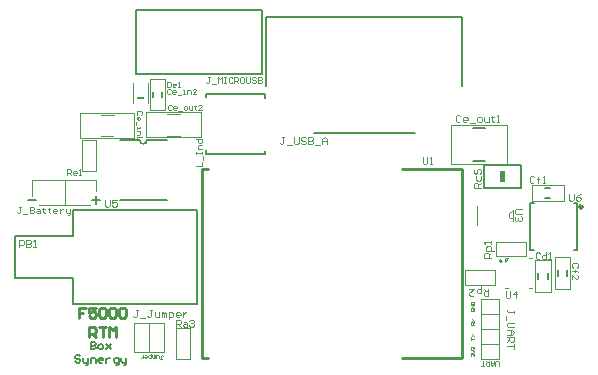
<source format=gto>
G04*
G04 #@! TF.GenerationSoftware,Altium Limited,Altium Designer,20.2.4 (192)*
G04*
G04 Layer_Color=65535*
%FSLAX25Y25*%
%MOIN*%
G70*
G04*
G04 #@! TF.SameCoordinates,81383B29-DD0C-412F-95FE-E9E56B5C578C*
G04*
G04*
G04 #@! TF.FilePolarity,Positive*
G04*
G01*
G75*
%ADD10C,0.00787*%
%ADD11C,0.00551*%
%ADD12C,0.01181*%
%ADD13C,0.00400*%
%ADD14C,0.00315*%
%ADD15C,0.00630*%
%ADD16C,0.00300*%
%ADD17C,0.00354*%
%ADD18C,0.00500*%
%ADD19C,0.00512*%
%ADD20C,0.01000*%
%ADD21C,0.00250*%
%ADD22C,0.00394*%
%ADD23C,0.00591*%
%ADD24C,0.00402*%
%ADD25C,0.00984*%
%ADD26C,0.00600*%
%ADD27C,0.00323*%
G36*
X41240Y89862D02*
Y90453D01*
X43799D01*
Y89862D01*
X41240D01*
D02*
G37*
G36*
X162526Y65755D02*
X164100D01*
Y62212D01*
X162526D01*
Y65755D01*
D02*
G37*
D10*
X163091Y35747D02*
G03*
X163091Y35747I-394J0D01*
G01*
X100323Y78378D02*
X133929D01*
X84449Y94252D02*
Y117087D01*
X149803Y94252D02*
Y117087D01*
D11*
X42254Y76142D02*
G03*
X44754Y76142I1250J0D01*
G01*
X35630D02*
X42254D01*
X35630Y56142D02*
X51378D01*
X44754Y76142D02*
X51378D01*
X25943Y8889D02*
Y6331D01*
X27222D01*
X27649Y6758D01*
Y7184D01*
X27222Y7610D01*
X25943D01*
X27222D01*
X27649Y8037D01*
Y8463D01*
X27222Y8889D01*
X25943D01*
X28928Y6331D02*
X29781D01*
X30207Y6758D01*
Y7610D01*
X29781Y8037D01*
X28928D01*
X28501Y7610D01*
Y6758D01*
X28928Y6331D01*
X31060Y8037D02*
X32765Y6331D01*
X31912Y7184D01*
X32765Y8037D01*
X31060Y6331D01*
X22532Y4070D02*
X22106Y4497D01*
X21253D01*
X20827Y4070D01*
Y3644D01*
X21253Y3218D01*
X22106D01*
X22532Y2791D01*
Y2365D01*
X22106Y1939D01*
X21253D01*
X20827Y2365D01*
X23385Y3644D02*
Y2365D01*
X23811Y1939D01*
X25091D01*
Y1512D01*
X24664Y1086D01*
X24238D01*
X25091Y1939D02*
Y3644D01*
X25943Y1939D02*
Y3644D01*
X27222D01*
X27649Y3218D01*
Y1939D01*
X29781D02*
X28928D01*
X28501Y2365D01*
Y3218D01*
X28928Y3644D01*
X29781D01*
X30207Y3218D01*
Y2791D01*
X28501D01*
X31060Y3644D02*
Y1939D01*
Y2791D01*
X31486Y3218D01*
X31912Y3644D01*
X32339D01*
X34471Y1086D02*
X34897D01*
X35323Y1512D01*
Y3644D01*
X34044D01*
X33618Y3218D01*
Y2365D01*
X34044Y1939D01*
X35323D01*
X36176Y3644D02*
Y2365D01*
X36603Y1939D01*
X37882D01*
Y1512D01*
X37455Y1086D01*
X37029D01*
X37882Y1939D02*
Y3644D01*
D12*
X189764Y53937D02*
G03*
X189764Y53937I-394J0D01*
G01*
D13*
X166677Y52211D02*
G03*
X166677Y49811I0J-1200D01*
G01*
Y49311D02*
Y49811D01*
Y52211D01*
Y52711D01*
X154778Y47811D02*
Y54211D01*
X50374Y5610D02*
Y15059D01*
X45374Y5610D02*
X50374D01*
X45374D02*
Y15059D01*
X50374D01*
X40354Y5610D02*
X43630D01*
X40354Y15059D02*
X43681D01*
X40354Y5610D02*
Y15059D01*
X155957Y3051D02*
Y8051D01*
Y3051D02*
X161957D01*
Y23051D01*
X155957D02*
X161957D01*
X155957Y3051D02*
Y23051D01*
Y8051D02*
X161957D01*
X155957Y13051D02*
X161957D01*
X155957Y18051D02*
X161957D01*
D14*
X44980Y88386D02*
Y95079D01*
X40059Y88386D02*
Y95079D01*
X43630Y5610D02*
X45374D01*
X52609Y92962D02*
X52314Y93257D01*
X51724D01*
X51429Y92962D01*
Y91782D01*
X51724Y91487D01*
X52314D01*
X52609Y91782D01*
X54085Y91487D02*
X53495D01*
X53200Y91782D01*
Y92372D01*
X53495Y92667D01*
X54085D01*
X54381Y92372D01*
Y92077D01*
X53200D01*
X54971Y91191D02*
X56152D01*
X56742Y91487D02*
X57332D01*
X57037D01*
Y92667D01*
X56742D01*
X58218Y91487D02*
Y92667D01*
X59103D01*
X59399Y92372D01*
Y91487D01*
X61170D02*
X59989D01*
X61170Y92667D01*
Y92962D01*
X60874Y93257D01*
X60284D01*
X59989Y92962D01*
X51477Y95571D02*
Y93800D01*
X52363D01*
X52658Y94095D01*
Y95275D01*
X52363Y95571D01*
X51477D01*
X54134Y93800D02*
X53543D01*
X53248Y94095D01*
Y94685D01*
X53543Y94980D01*
X54134D01*
X54429Y94685D01*
Y94390D01*
X53248D01*
X55019Y93800D02*
X55610D01*
X55314D01*
Y95571D01*
X55019Y95275D01*
X52908Y87631D02*
X52620Y87920D01*
X52042D01*
X51754Y87631D01*
Y86476D01*
X52042Y86188D01*
X52620D01*
X52908Y86476D01*
X54351Y86188D02*
X53774D01*
X53486Y86476D01*
Y87054D01*
X53774Y87342D01*
X54351D01*
X54640Y87054D01*
Y86765D01*
X53486D01*
X55217Y85899D02*
X56372D01*
X57238Y86188D02*
X57815D01*
X58103Y86476D01*
Y87054D01*
X57815Y87342D01*
X57238D01*
X56949Y87054D01*
Y86476D01*
X57238Y86188D01*
X58681Y87342D02*
Y86476D01*
X58969Y86188D01*
X59835D01*
Y87342D01*
X60701Y87631D02*
Y87342D01*
X60412D01*
X60990D01*
X60701D01*
Y86476D01*
X60990Y86188D01*
X63010D02*
X61856D01*
X63010Y87342D01*
Y87631D01*
X62721Y87920D01*
X62144D01*
X61856Y87631D01*
X42690Y84519D02*
X42979Y84808D01*
Y85385D01*
X42690Y85674D01*
X41536D01*
X41247Y85385D01*
Y84808D01*
X41536Y84519D01*
X41247Y83076D02*
Y83654D01*
X41536Y83942D01*
X42113D01*
X42401Y83654D01*
Y83076D01*
X42113Y82788D01*
X41824D01*
Y83942D01*
X40958Y82211D02*
Y81056D01*
X41247Y80479D02*
Y79902D01*
Y80190D01*
X42401D01*
Y80479D01*
X41247Y79036D02*
X42401D01*
Y78170D01*
X42113Y77881D01*
X41247D01*
Y77304D02*
Y76727D01*
Y77015D01*
X42979D01*
X42690Y77304D01*
D15*
X20085Y21575D02*
Y30236D01*
X794D02*
X20085D01*
X794Y44016D02*
X20085D01*
Y52677D01*
X794Y30236D02*
Y44016D01*
X20085Y21575D02*
X61424D01*
X20085Y52677D02*
X61424D01*
Y21575D02*
Y52677D01*
D16*
X150596Y27975D02*
Y32700D01*
Y27975D02*
X160833D01*
Y32700D01*
X150596D02*
X160833D01*
X174213Y25492D02*
X179331D01*
Y36122D01*
X174213D02*
X179331D01*
X174213Y25492D02*
Y36122D01*
X180709Y37182D02*
X185827D01*
X180709Y26552D02*
Y37182D01*
Y26552D02*
X185827D01*
Y37182D01*
X146113Y68190D02*
X164713D01*
X146113D02*
Y81190D01*
X164713D01*
Y68190D02*
Y81190D01*
X54291Y13483D02*
X59016D01*
X54291Y3247D02*
Y13483D01*
Y3247D02*
X59016D01*
Y13483D01*
X45669Y86024D02*
Y96653D01*
X50787D01*
Y86024D02*
Y96653D01*
X45669Y86024D02*
X50787D01*
X22933Y65945D02*
X27657D01*
Y76181D01*
X22933D02*
X27657D01*
X22933Y65945D02*
Y76181D01*
X171161Y37516D02*
Y42240D01*
X160925D02*
X171161D01*
X160925Y37516D02*
Y42240D01*
Y37516D02*
X171161D01*
X173024Y61060D02*
X183654D01*
Y55942D02*
Y61060D01*
X173024Y55942D02*
X183654D01*
X173024D02*
Y61060D01*
X161957Y952D02*
Y2285D01*
X161690Y2551D01*
X161157D01*
X160890Y2285D01*
Y952D01*
X160357Y2551D02*
Y1485D01*
X159824Y952D01*
X159291Y1485D01*
Y2551D01*
Y1751D01*
X160357D01*
X158758Y2551D02*
Y952D01*
X157958D01*
X157691Y1218D01*
Y1751D01*
X157958Y2018D01*
X158758D01*
X158225D02*
X157691Y2551D01*
X157158Y952D02*
X156092D01*
X156625D01*
Y2551D01*
X152882Y4051D02*
X152682Y4251D01*
Y4651D01*
X152882Y4851D01*
X153082D01*
X153282Y4651D01*
Y4451D01*
Y4651D01*
X153482Y4851D01*
X153682D01*
X153882Y4651D01*
Y4251D01*
X153682Y4051D01*
X152682Y5251D02*
X153482D01*
X153882Y5651D01*
X153482Y6050D01*
X152682D01*
X152882Y6450D02*
X152682Y6650D01*
Y7050D01*
X152882Y7250D01*
X153082D01*
X153282Y7050D01*
Y6850D01*
Y7050D01*
X153482Y7250D01*
X153682D01*
X153882Y7050D01*
Y6650D01*
X153682Y6450D01*
X152682Y9551D02*
Y10351D01*
Y9951D01*
X153882D01*
X153082Y10751D02*
X153882Y11551D01*
X153482Y11151D01*
X153082Y11551D01*
X153882Y10751D01*
Y14551D02*
X152682D01*
Y15151D01*
X152882Y15351D01*
X153282D01*
X153482Y15151D01*
Y14551D01*
Y14951D02*
X153882Y15351D01*
X153082Y15751D02*
X153882Y16551D01*
X153482Y16151D01*
X153082Y16551D01*
X153882Y15751D01*
X152882Y19851D02*
X152682Y19651D01*
Y19251D01*
X152882Y19051D01*
X153682D01*
X153882Y19251D01*
Y19651D01*
X153682Y19851D01*
X153282D01*
Y19451D01*
X153882Y20251D02*
X152682D01*
X153882Y21050D01*
X152682D01*
Y21450D02*
X153882D01*
Y22050D01*
X153682Y22250D01*
X152882D01*
X152682Y22050D01*
Y21450D01*
D17*
X163976Y35451D02*
X165213Y36688D01*
X163976D02*
X165213D01*
X163976Y35451D02*
Y36688D01*
X172008Y26932D02*
X173228D01*
X163976D02*
X165197D01*
X172008Y36688D02*
X173228D01*
X65682Y97243D02*
X65026D01*
X65354D01*
Y95604D01*
X65026Y95276D01*
X64698D01*
X64370Y95604D01*
X66338Y94948D02*
X67650D01*
X68306Y95276D02*
Y97243D01*
X68962Y96588D01*
X69618Y97243D01*
Y95276D01*
X70274Y97243D02*
X70930D01*
X70602D01*
Y95276D01*
X70274D01*
X70930D01*
X73225Y96916D02*
X72897Y97243D01*
X72241D01*
X71913Y96916D01*
Y95604D01*
X72241Y95276D01*
X72897D01*
X73225Y95604D01*
X73881Y95276D02*
Y97243D01*
X74865D01*
X75193Y96916D01*
Y96259D01*
X74865Y95932D01*
X73881D01*
X74537D02*
X75193Y95276D01*
X76833Y97243D02*
X76177D01*
X75849Y96916D01*
Y95604D01*
X76177Y95276D01*
X76833D01*
X77161Y95604D01*
Y96916D01*
X76833Y97243D01*
X77817D02*
Y95604D01*
X78145Y95276D01*
X78801D01*
X79129Y95604D01*
Y97243D01*
X81097Y96916D02*
X80769Y97243D01*
X80113D01*
X79785Y96916D01*
Y96588D01*
X80113Y96259D01*
X80769D01*
X81097Y95932D01*
Y95604D01*
X80769Y95276D01*
X80113D01*
X79785Y95604D01*
X81753Y97243D02*
Y95276D01*
X82737D01*
X83065Y95604D01*
Y95932D01*
X82737Y96259D01*
X81753D01*
X82737D01*
X83065Y96588D01*
Y96916D01*
X82737Y97243D01*
X81753D01*
D18*
X175197Y29921D02*
Y31693D01*
X178347Y29921D02*
Y31693D01*
X184843Y30981D02*
Y32752D01*
X181693Y30981D02*
Y32752D01*
X153287Y69178D02*
X157539D01*
X153287Y80201D02*
X157539D01*
X49803Y90453D02*
Y92224D01*
X46654Y90453D02*
Y92224D01*
X64370Y91339D02*
X84055D01*
Y90158D02*
Y91339D01*
X64370Y90354D02*
Y91339D01*
Y71653D02*
X84055D01*
X64370D02*
Y72835D01*
X84055Y71653D02*
Y72638D01*
X84449Y117087D02*
X149803D01*
X169514Y60243D02*
Y67724D01*
X157112Y60243D02*
X169514D01*
X157112D02*
Y67724D01*
X169514D01*
X177454Y56926D02*
X179225D01*
X177454Y60076D02*
X179225D01*
D19*
X83071Y98032D02*
Y119587D01*
X40945D02*
X83071D01*
X40945Y98032D02*
X83071D01*
X40945D02*
Y119587D01*
D20*
X129626Y3543D02*
X149705D01*
X63091D02*
X65059D01*
X63091D02*
Y66535D01*
X65059D01*
X129626D02*
X149705D01*
Y3543D02*
Y66535D01*
D21*
X51358Y77649D02*
X55610D01*
X51555Y84949D02*
X55807D01*
X62598Y77165D02*
Y85433D01*
X44488D02*
X62598D01*
X44488Y77165D02*
Y85433D01*
Y77165D02*
X62598D01*
X29232Y77334D02*
X33484D01*
X29429Y84634D02*
X33681D01*
X40472Y76850D02*
Y85118D01*
X22362D02*
X40472D01*
X22362Y76850D02*
Y85118D01*
Y76850D02*
X40472D01*
D22*
X6354Y62776D02*
X27712D01*
X17476Y54508D02*
Y62776D01*
X27712Y59232D02*
Y62776D01*
X8716Y54508D02*
X25645D01*
X6354Y57362D02*
Y62776D01*
X164272Y25885D02*
Y23918D01*
X164666Y23524D01*
X165453D01*
X165847Y23918D01*
Y25885D01*
X167815Y23524D02*
Y25885D01*
X166634Y24705D01*
X168208D01*
X2166Y40453D02*
Y42815D01*
X3347D01*
X3740Y42421D01*
Y41634D01*
X3347Y41240D01*
X2166D01*
X4528Y42815D02*
Y40453D01*
X5708D01*
X6102Y40847D01*
Y41240D01*
X5708Y41634D01*
X4528D01*
X5708D01*
X6102Y42027D01*
Y42421D01*
X5708Y42815D01*
X4528D01*
X6889Y40453D02*
X7676D01*
X7283D01*
Y42815D01*
X6889Y42421D01*
X30709Y56299D02*
Y54331D01*
X31103Y53937D01*
X31890D01*
X32284Y54331D01*
Y56299D01*
X34645D02*
X33071D01*
Y55118D01*
X33858Y55512D01*
X34251D01*
X34645Y55118D01*
Y54331D01*
X34251Y53937D01*
X33464D01*
X33071Y54331D01*
X136615Y70472D02*
Y68504D01*
X137008Y68111D01*
X137795D01*
X138189Y68504D01*
Y70472D01*
X138976Y68111D02*
X139763D01*
X139370D01*
Y70472D01*
X138976Y70078D01*
X17980Y64567D02*
Y66535D01*
X18964D01*
X19292Y66207D01*
Y65551D01*
X18964Y65223D01*
X17980D01*
X18636D02*
X19292Y64567D01*
X20932D02*
X20276D01*
X19948Y64895D01*
Y65551D01*
X20276Y65879D01*
X20932D01*
X21260Y65551D01*
Y65223D01*
X19948D01*
X21915Y64567D02*
X22571D01*
X22243D01*
Y66535D01*
X21915Y66207D01*
X54496Y13977D02*
Y16141D01*
X55578D01*
X55939Y15781D01*
Y15059D01*
X55578Y14698D01*
X54496D01*
X55217D02*
X55939Y13977D01*
X57021Y15420D02*
X57743D01*
X58103Y15059D01*
Y13977D01*
X57021D01*
X56660Y14337D01*
X57021Y14698D01*
X58103D01*
X58825Y15781D02*
X59186Y16141D01*
X59907D01*
X60268Y15781D01*
Y15420D01*
X59907Y15059D01*
X59547D01*
X59907D01*
X60268Y14698D01*
Y14337D01*
X59907Y13977D01*
X59186D01*
X58825Y14337D01*
X60939Y67655D02*
X62906D01*
Y68967D01*
X63235Y69623D02*
Y70935D01*
X60939Y71591D02*
Y72246D01*
Y71918D01*
X62906D01*
Y71591D01*
Y72246D01*
Y73230D02*
X61595D01*
Y74214D01*
X61923Y74542D01*
X62906D01*
X60939Y76510D02*
X62906D01*
Y75526D01*
X62579Y75198D01*
X61923D01*
X61595Y75526D01*
Y76510D01*
X149224Y84168D02*
X148831Y84561D01*
X148044D01*
X147650Y84168D01*
Y82593D01*
X148044Y82200D01*
X148831D01*
X149224Y82593D01*
X151192Y82200D02*
X150405D01*
X150011Y82593D01*
Y83380D01*
X150405Y83774D01*
X151192D01*
X151586Y83380D01*
Y82987D01*
X150011D01*
X152373Y81806D02*
X153947D01*
X155128Y82200D02*
X155915D01*
X156309Y82593D01*
Y83380D01*
X155915Y83774D01*
X155128D01*
X154734Y83380D01*
Y82593D01*
X155128Y82200D01*
X157096Y83774D02*
Y82593D01*
X157489Y82200D01*
X158670D01*
Y83774D01*
X159851Y84168D02*
Y83774D01*
X159457D01*
X160244D01*
X159851D01*
Y82593D01*
X160244Y82200D01*
X161425D02*
X162212D01*
X161819D01*
Y84561D01*
X161425Y84168D01*
X185335Y58303D02*
Y56336D01*
X185728Y55942D01*
X186515D01*
X186909Y56336D01*
Y58303D01*
X189270D02*
X188483Y57910D01*
X187696Y57123D01*
Y56336D01*
X188090Y55942D01*
X188877D01*
X189270Y56336D01*
Y56729D01*
X188877Y57123D01*
X187696D01*
X169639Y53150D02*
X167671D01*
X167278Y52756D01*
Y51969D01*
X167671Y51575D01*
X169639D01*
X169245Y50788D02*
X169639Y50395D01*
Y49608D01*
X169245Y49214D01*
X168852D01*
X168458Y49608D01*
Y50001D01*
Y49608D01*
X168065Y49214D01*
X167671D01*
X167278Y49608D01*
Y50395D01*
X167671Y50788D01*
X155957Y60243D02*
X153595D01*
Y61424D01*
X153989Y61818D01*
X154776D01*
X155169Y61424D01*
Y60243D01*
Y61030D02*
X155957Y61818D01*
X154382Y64179D02*
Y62998D01*
X154776Y62605D01*
X155563D01*
X155957Y62998D01*
Y64179D01*
X153989Y66540D02*
X153595Y66147D01*
Y65360D01*
X153989Y64966D01*
X154382D01*
X154776Y65360D01*
Y66147D01*
X155169Y66540D01*
X155563D01*
X155957Y66147D01*
Y65360D01*
X155563Y64966D01*
X158517Y26614D02*
Y24252D01*
X157336D01*
X156943Y24646D01*
Y25433D01*
X157336Y25827D01*
X158517D01*
X157730D02*
X156943Y26614D01*
X156155Y27401D02*
Y25040D01*
X154975D01*
X154581Y25433D01*
Y26220D01*
X154975Y26614D01*
X156155D01*
X152220D02*
X153794D01*
X152220Y25040D01*
Y24646D01*
X152613Y24252D01*
X153400D01*
X153794Y24646D01*
X159449Y36909D02*
X157087D01*
Y38090D01*
X157481Y38484D01*
X158268D01*
X158662Y38090D01*
Y36909D01*
Y37697D02*
X159449Y38484D01*
X160236Y39271D02*
X157875D01*
Y40452D01*
X158268Y40845D01*
X159055D01*
X159449Y40452D01*
Y39271D01*
Y41632D02*
Y42419D01*
Y42026D01*
X157087D01*
X157481Y41632D01*
X90551Y77165D02*
X89763D01*
X90157D01*
Y75197D01*
X89763Y74803D01*
X89370D01*
X88976Y75197D01*
X91338Y74410D02*
X92912D01*
X93699Y77165D02*
Y75197D01*
X94093Y74803D01*
X94880D01*
X95274Y75197D01*
Y77165D01*
X97635Y76771D02*
X97241Y77165D01*
X96454D01*
X96061Y76771D01*
Y76377D01*
X96454Y75984D01*
X97241D01*
X97635Y75590D01*
Y75197D01*
X97241Y74803D01*
X96454D01*
X96061Y75197D01*
X98422Y77165D02*
Y74803D01*
X99603D01*
X99996Y75197D01*
Y75590D01*
X99603Y75984D01*
X98422D01*
X99603D01*
X99996Y76377D01*
Y76771D01*
X99603Y77165D01*
X98422D01*
X100784Y74410D02*
X102358D01*
X103145Y74803D02*
Y76377D01*
X103932Y77165D01*
X104719Y76377D01*
Y74803D01*
Y75984D01*
X103145D01*
X167125Y18406D02*
Y19193D01*
Y18800D01*
X165157D01*
X164764Y19193D01*
Y19587D01*
X165157Y19980D01*
X164370Y17619D02*
Y16045D01*
X167125Y15257D02*
X165157D01*
X164764Y14864D01*
Y14077D01*
X165157Y13683D01*
X167125D01*
X164764Y12896D02*
X166338D01*
X167125Y12109D01*
X166338Y11322D01*
X164764D01*
X165945D01*
Y12896D01*
X164764Y10535D02*
X167125D01*
Y9354D01*
X166732Y8960D01*
X165945D01*
X165551Y9354D01*
Y10535D01*
Y9747D02*
X164764Y8960D01*
X167125Y8173D02*
Y6599D01*
Y7386D01*
X164764D01*
X41732Y19487D02*
X40945D01*
X41338D01*
Y17520D01*
X40945Y17126D01*
X40551D01*
X40157Y17520D01*
X42519Y16732D02*
X44093D01*
X46455Y19487D02*
X45667D01*
X46061D01*
Y17520D01*
X45667Y17126D01*
X45274D01*
X44880Y17520D01*
X47242Y18700D02*
Y17520D01*
X47635Y17126D01*
X48816D01*
Y18700D01*
X49603Y17126D02*
Y18700D01*
X49997D01*
X50390Y18307D01*
Y17126D01*
Y18307D01*
X50784Y18700D01*
X51178Y18307D01*
Y17126D01*
X51965Y16339D02*
Y18700D01*
X53145D01*
X53539Y18307D01*
Y17520D01*
X53145Y17126D01*
X51965D01*
X55507D02*
X54720D01*
X54326Y17520D01*
Y18307D01*
X54720Y18700D01*
X55507D01*
X55900Y18307D01*
Y17913D01*
X54326D01*
X56688Y18700D02*
Y17126D01*
Y17913D01*
X57081Y18307D01*
X57475Y18700D01*
X57868D01*
X2709Y53917D02*
X1994D01*
X2352D01*
Y52129D01*
X1994Y51772D01*
X1637D01*
X1280Y52129D01*
X3424Y51414D02*
X4854D01*
X5570Y53917D02*
Y51772D01*
X6642D01*
X7000Y52129D01*
Y52487D01*
X6642Y52844D01*
X5570D01*
X6642D01*
X7000Y53202D01*
Y53559D01*
X6642Y53917D01*
X5570D01*
X8072Y53202D02*
X8787D01*
X9144Y52844D01*
Y51772D01*
X8072D01*
X7715Y52129D01*
X8072Y52487D01*
X9144D01*
X10217Y53559D02*
Y53202D01*
X9859D01*
X10574D01*
X10217D01*
Y52129D01*
X10574Y51772D01*
X12004Y53559D02*
Y53202D01*
X11647D01*
X12362D01*
X12004D01*
Y52129D01*
X12362Y51772D01*
X14507D02*
X13792D01*
X13434Y52129D01*
Y52844D01*
X13792Y53202D01*
X14507D01*
X14864Y52844D01*
Y52487D01*
X13434D01*
X15579Y53202D02*
Y51772D01*
Y52487D01*
X15937Y52844D01*
X16294Y53202D01*
X16652D01*
X17724D02*
Y52129D01*
X18082Y51772D01*
X19154D01*
Y51414D01*
X18797Y51057D01*
X18439D01*
X19154Y51772D02*
Y53202D01*
X188143Y33645D02*
X188503Y34006D01*
Y34728D01*
X188143Y35089D01*
X186699D01*
X186339Y34728D01*
Y34006D01*
X186699Y33645D01*
X186339Y32563D02*
X188143D01*
X187421D01*
Y32924D01*
Y32202D01*
Y32563D01*
X188143D01*
X188503Y32202D01*
X186339Y29677D02*
Y31120D01*
X187782Y29677D01*
X188143D01*
X188503Y30038D01*
Y30759D01*
X188143Y31120D01*
X173878Y63779D02*
X173484Y64173D01*
X172697D01*
X172303Y63779D01*
Y62205D01*
X172697Y61811D01*
X173484D01*
X173878Y62205D01*
X175058Y61811D02*
Y63779D01*
Y62992D01*
X174665D01*
X175452D01*
X175058D01*
Y63779D01*
X175452Y64173D01*
X176632Y61811D02*
X177420D01*
X177026D01*
Y64173D01*
X176632Y63779D01*
X175675Y38320D02*
X175315Y38680D01*
X174593D01*
X174232Y38320D01*
Y36876D01*
X174593Y36516D01*
X175315D01*
X175675Y36876D01*
X177840Y38680D02*
Y36516D01*
X176758D01*
X176397Y36876D01*
Y37598D01*
X176758Y37959D01*
X177840D01*
X178562Y36516D02*
X179283D01*
X178922D01*
Y38680D01*
X178562Y38320D01*
D23*
X172441Y39370D02*
X173622D01*
X172441Y55118D02*
X173622D01*
X187008Y39370D02*
X188189D01*
X187008Y55118D02*
X188189D01*
Y39370D02*
Y55118D01*
X172441Y39370D02*
Y55118D01*
D24*
X42539Y5610D02*
X45374D01*
X42591Y15059D02*
X45425D01*
D25*
X24376Y20254D02*
X22146D01*
Y18581D01*
X23261D01*
X22146D01*
Y16908D01*
X27721Y20254D02*
X25491D01*
Y18581D01*
X26606Y19138D01*
X27164D01*
X27721Y18581D01*
Y17466D01*
X27164Y16908D01*
X26049D01*
X25491Y17466D01*
X28836Y19696D02*
X29394Y20254D01*
X30509D01*
X31067Y19696D01*
Y17466D01*
X30509Y16908D01*
X29394D01*
X28836Y17466D01*
Y19696D01*
X32182D02*
X32739Y20254D01*
X33854D01*
X34412Y19696D01*
Y17466D01*
X33854Y16908D01*
X32739D01*
X32182Y17466D01*
Y19696D01*
X35527D02*
X36085Y20254D01*
X37200D01*
X37757Y19696D01*
Y17466D01*
X37200Y16908D01*
X36085D01*
X35527Y17466D01*
Y19696D01*
X25491Y10531D02*
Y13877D01*
X27164D01*
X27721Y13319D01*
Y12204D01*
X27164Y11647D01*
X25491D01*
X26606D02*
X27721Y10531D01*
X28836Y13877D02*
X31067D01*
X29952D01*
Y10531D01*
X32182D02*
Y13877D01*
X33297Y12762D01*
X34412Y13877D01*
Y10531D01*
D26*
X28992Y56052D02*
X26326D01*
X27659Y54719D02*
Y57385D01*
X7732Y56052D02*
X5066D01*
D27*
X49128Y3091D02*
X49574D01*
X49351D01*
Y4206D01*
X49574Y4429D01*
X49797D01*
X50020Y4206D01*
X48682Y3537D02*
Y4206D01*
X48458Y4429D01*
X47789D01*
Y3537D01*
X47343Y4429D02*
Y3537D01*
X47120D01*
X46897Y3760D01*
Y4429D01*
Y3760D01*
X46674Y3537D01*
X46451Y3760D01*
Y4429D01*
X46005Y4875D02*
Y3537D01*
X45336D01*
X45113Y3760D01*
Y4206D01*
X45336Y4429D01*
X46005D01*
X43998D02*
X44444D01*
X44667Y4206D01*
Y3760D01*
X44444Y3537D01*
X43998D01*
X43775Y3760D01*
Y3983D01*
X44667D01*
X43329Y3537D02*
Y4429D01*
Y3983D01*
X43106Y3760D01*
X42883Y3537D01*
X42660D01*
M02*

</source>
